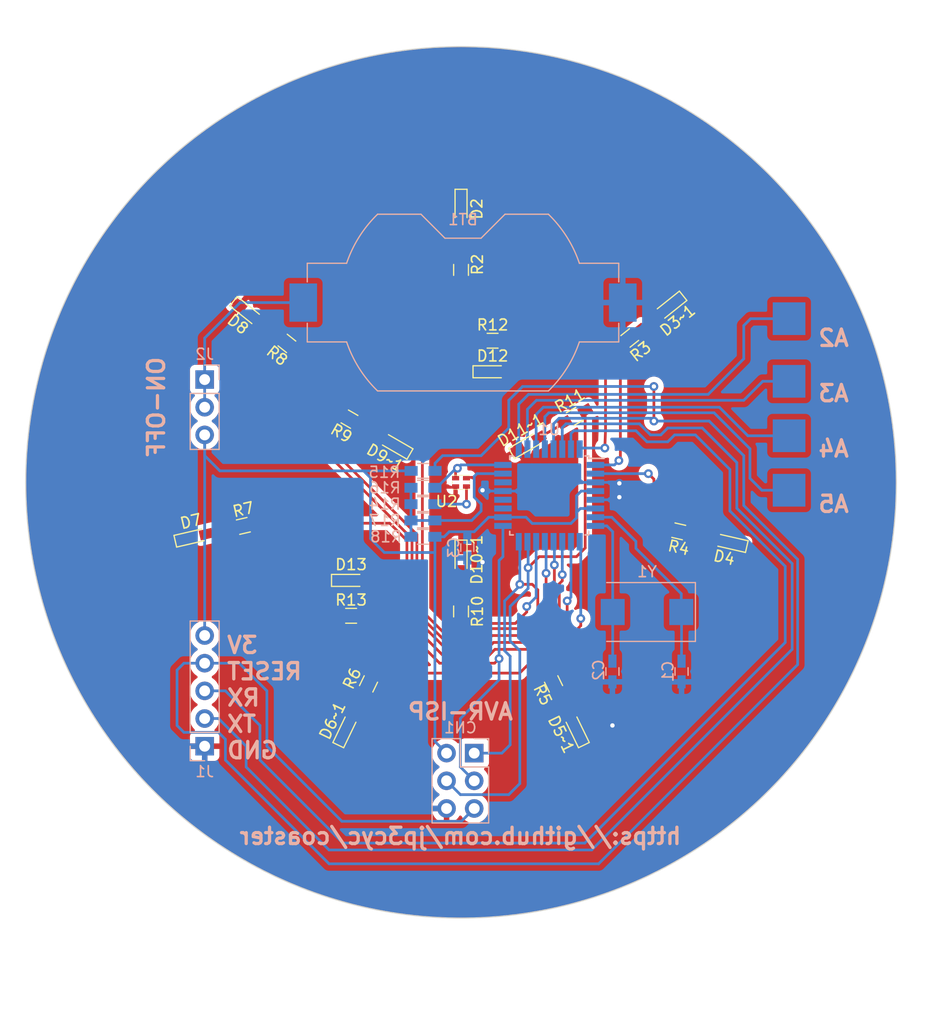
<source format=kicad_pcb>
(kicad_pcb (version 20221018) (generator pcbnew)
  (layers (0 "F.Cu" signal) (31 "B.Cu" signal) (34 "B.Paste" user) (35 "F.Paste" user) (36 "B.SilkS" user "B.Silkscreen") (37 "F.SilkS" user "F.Silkscreen") (38 "B.Mask" user) (39 "F.Mask" user) (44 "Edge.Cuts" user))
  (net 0 "")
  (net 1 "Net-(BT1-Pad1)")
  (net 2 "GND")
  (net 3 "Net-(C1-Pad1)")
  (net 4 "Net-(C2-Pad1)")
  (net 5 "+BATT")
  (net 6 "MISO")
  (net 7 "SCK")
  (net 8 "MOSI")
  (net 9 "~{RESET}")
  (net 10 "Net-(D2-Pad2)")
  (net 11 "Net-(D4-Pad2)")
  (net 12 "Net-(D7-Pad2)")
  (net 13 "Net-(D8-Pad2)")
  (net 14 "Net-(D12-Pad2)")
  (net 15 "Net-(D13-Pad2)")
  (net 16 "Net-(D10~1-Pad2)")
  (net 17 "Net-(D11~1-Pad2)")
  (net 18 "Net-(D3~1-Pad2)")
  (net 19 "Net-(D5~1-Pad2)")
  (net 20 "Net-(D6~1-Pad2)")
  (net 21 "Net-(D9~1-Pad2)")
  (net 22 "TX")
  (net 23 "RX")
  (net 24 "Net-(J3-Pad1)")
  (net 25 "Net-(J4-Pad1)")
  (net 26 "Net-(J5-Pad1)")
  (net 27 "Net-(J6-Pad1)")
  (net 28 "Net-(J7-Pad1)")
  (net 29 "Net-(J8-Pad1)")
  (net 30 "Net-(R2-Pad1)")
  (net 31 "Net-(R3-Pad1)")
  (net 32 "Net-(R4-Pad1)")
  (net 33 "Net-(R5-Pad1)")
  (net 34 "Net-(R6-Pad1)")
  (net 35 "Net-(R7-Pad1)")
  (net 36 "Net-(R8-Pad1)")
  (net 37 "Net-(R9-Pad1)")
  (net 38 "Net-(R10-Pad1)")
  (net 39 "Net-(R16-Pad2)")
  (net 40 "Net-(R14-Pad2)")
  (net 41 "Net-(R14-Pad1)")
  (footprint "Resistors_SMD:R_0603_HandSoldering" (layer "F.Cu") (at 144.9 97.25)
    (fp_text reference "R13")
    (fp_text value "330")
  )
  (footprint "Resistors_SMD:R_0603_HandSoldering" (layer "F.Cu") (at 157.9 72)
    (fp_text reference "R12")
    (fp_text value "330")
  )
  (footprint "Resistors_SMD:R_0603_HandSoldering" (layer "F.Cu") (at 165.452628 78.95 -150)
    (fp_text reference "R11")
    (fp_text value "330")
  )
  (footprint "Resistors_SMD:R_0603_HandSoldering" (layer "F.Cu") (at 155 96.85 90)
    (fp_text reference "R10")
    (fp_text value "330")
  )
  (footprint "Resistors_SMD:R_0603_HandSoldering" (layer "F.Cu") (at 144.75 79.2 -30)
    (fp_text reference "R9")
    (fp_text value "330")
  )
  (footprint "LEDs:LED_0603_HandSoldering" (layer "F.Cu") (at 148.75 81.5 150)
    (fp_text reference "D9~1")
    (fp_text value "LED")
  )
  (footprint "LEDs:LED_0603_HandSoldering" (layer "F.Cu") (at 161.202628 81.45 30)
    (fp_text reference "D11~1")
    (fp_text value "LED")
  )
  (footprint "LEDs:LED_0603_HandSoldering" (layer "F.Cu") (at 144.9 94)
    (fp_text reference "D13")
    (fp_text value "LED")
  )
  (footprint "LEDs:LED_0603_HandSoldering" (layer "F.Cu") (at 157.9 74.85)
    (fp_text reference "D12")
    (fp_text value "LED")
  )
  (footprint "LEDs:LED_0603_HandSoldering" (layer "F.Cu") (at 155 92.1 -90)
    (fp_text reference "D10~1")
    (fp_text value "LED")
  )
  (footprint "Resistors_SMD:R_0603_HandSoldering" (layer "F.Cu") (at 170.5 71.75 38.6)
    (fp_text reference "R3")
    (fp_text value "330")
  )
  (footprint "Resistors_SMD:R_0603_HandSoldering" (layer "F.Cu") (at 139 72.25 141.4)
    (fp_text reference "R8")
    (fp_text value "330")
  )
  (footprint "Resistors_SMD:R_0603_HandSoldering" (layer "F.Cu") (at 163.5 103.5 -64)
    (fp_text reference "R5")
    (fp_text value "330")
  )
  (footprint "Resistors_SMD:R_0603_HandSoldering" (layer "F.Cu") (at 135 89 -167)
    (fp_text reference "R7")
    (fp_text value "330")
  )
  (footprint "Resistors_SMD:R_0603_HandSoldering" (layer "F.Cu") (at 146.5 103.5 -115.7)
    (fp_text reference "R6")
    (fp_text value "330")
  )
  (footprint "Resistors_SMD:R_0603_HandSoldering" (layer "F.Cu") (at 155 65.5 90)
    (fp_text reference "R2")
    (fp_text value "330")
  )
  (footprint "LEDs:LED_0603_HandSoldering" (layer "F.Cu") (at 165.5 107.5 116)
    (fp_text reference "D5~1")
    (fp_text value "LED")
  )
  (footprint "LEDs:LED_0603_HandSoldering" (layer "F.Cu") (at 144.5 107.5 64.3)
    (fp_text reference "D6~1")
    (fp_text value "LED")
  )
  (footprint "LEDs:LED_0603_HandSoldering" (layer "F.Cu") (at 174 69 -141.4)
    (fp_text reference "D3~1")
    (fp_text value "LED")
  )
  (footprint "LEDs:LED_0603_HandSoldering" (layer "F.Cu") (at 130.5 90 13)
    (fp_text reference "D7")
    (fp_text value "LED")
  )
  (footprint "LEDs:LED_0603_HandSoldering" (layer "F.Cu") (at 155 59.9 -90)
    (fp_text reference "D2")
    (fp_text value "LED")
  )
  (footprint "LEDs:LED_0603_HandSoldering" (layer "F.Cu") (at 179.5 90.5 167.2)
    (fp_text reference "D4")
    (fp_text value "LED")
  )
  (footprint "LEDs:LED_0603_HandSoldering" (layer "F.Cu") (at 135.5 69.5 -38.6)
    (fp_text reference "D8")
    (fp_text value "LED")
  )
  (footprint "NJL5901:NJK5901AR1" (layer "F.Cu") (at 155 85)
    (fp_text reference "U2")
    (fp_text value "SFH617A-1")
  )
  (footprint "Resistors_SMD:R_0603_HandSoldering" (layer "F.Cu") (at 175 89.5 -12.8)
    (fp_text reference "R4")
    (fp_text value "330")
  )
  (footprint "Capacitors_SMD:C_0603_HandSoldering" (layer "B.Cu") (at 175.26 102.362 -90)
    (fp_text reference "C1")
    (fp_text value "22p")
  )
  (footprint "Capacitors_SMD:C_0603_HandSoldering" (layer "B.Cu") (at 168.91 102.362 -90)
    (fp_text reference "C2")
    (fp_text value "22p")
  )
  (footprint "Capacitors_SMD:C_0603_HandSoldering" (layer "B.Cu") (at 155.575 90.993 -90)
    (fp_text reference "C3")
    (fp_text value "0.1u")
  )
  (footprint "Pin_Headers:Pin_Header_Straight_2x03_Pitch2.54mm" (layer "B.Cu") (at 156.21 109.855 180)
    (fp_text reference "CN1")
    (fp_text value "AVR-ISP")
  )
  (footprint "Pin_Headers:Pin_Header_Straight_1x05_Pitch2.54mm" (layer "B.Cu") (at 131.445 109.22)
    (fp_text reference "J1")
    (fp_text value "Conn_01x05_Male")
  )
  (footprint "Pin_Headers:Pin_Header_Straight_1x03_Pitch2.54mm" (layer "B.Cu") (at 131.445 75.565 180)
    (fp_text reference "J2")
    (fp_text value "POWER SW")
  )
  (footprint "Measurement_Points:Measurement_Point_Square-SMD-Pad_Big" (layer "B.Cu") (at 185.14 69.977)
    (fp_text reference "J5" hide)
    (fp_text value "A2")
  )
  (footprint "Measurement_Points:Measurement_Point_Square-SMD-Pad_Big" (layer "B.Cu") (at 185.14 75.725)
    (fp_text reference "J6" hide)
    (fp_text value "A3")
  )
  (footprint "Measurement_Points:Measurement_Point_Square-SMD-Pad_Big" (layer "B.Cu") (at 185.14 80.725)
    (fp_text reference "J7" hide)
    (fp_text value "A4")
  )
  (footprint "Measurement_Points:Measurement_Point_Square-SMD-Pad_Big" (layer "B.Cu") (at 185.14 85.725)
    (fp_text reference "J8" hide)
    (fp_text value "A5")
  )
  (footprint "Resistors_SMD:R_0603_HandSoldering" (layer "B.Cu") (at 151.5 87)
    (fp_text reference "R14")
    (fp_text value "330")
  )
  (footprint "Resistors_SMD:R_0603_HandSoldering" (layer "B.Cu") (at 151.5 85.5)
    (fp_text reference "R16")
    (fp_text value "330")
  )
  (footprint "Housings_QFP:TQFP-32_7x7mm_Pitch0.8mm" (layer "B.Cu") (at 163.1 86.2 180)
    (fp_text reference "U1")
    (fp_text value "ATmega328P-AU")
  )
  (footprint "Crystals:Crystal_SMD_EuroQuartz_MQ2-2pin_7.0x5.0mm" (layer "B.Cu") (at 172.085 96.901 180)
    (fp_text reference "Y1")
    (fp_text value "8M")
  )
  (footprint "Resistors_SMD:R_0603_HandSoldering" (layer "B.Cu") (at 151.511 83.947)
    (fp_text reference "R15")
    (fp_text value "10k")
  )
  (footprint "Battery_Holders:Keystone_1058_1x2032-CoinCell" (layer "B.Cu") (at 155.18 68.5)
    (fp_text reference "BT1")
    (fp_text value "CR2032")
  )
  (footprint "Resistors_SMD:R_0603_HandSoldering" (layer "B.Cu") (at 151.5 88.5 180)
    (fp_text reference "R17")
    (fp_text value "0")
  )
  (footprint "Resistors_SMD:R_0603_HandSoldering" (layer "B.Cu") (at 151.5 90 180)
    (fp_text reference "R18")
    (fp_text value "0")
  )
  (gr_circle (center 155 85) (end 195 85) (stroke (width 0.1)) (fill none) (layer "Edge.Cuts"))
  (gr_text "ON-OFF" (at 127 78.105 90) (layer "B.SilkS") (effects (font (size 1.5 1.5) (thickness 0.3)) (justify mirror)))
  (gr_text "A5" (at 189.23 86.995) (layer "B.SilkS") (effects (font (size 1.5 1.5) (thickness 0.3)) (justify mirror)))
  (gr_text "A2" (at 189.23 71.755) (layer "B.SilkS") (effects (font (size 1.5 1.5) (thickness 0.3)) (justify mirror)))
  (gr_text "3V\nRESET\nRX\nTX\nGND" (at 133.35 104.775) (layer "B.SilkS") (effects (font (size 1.5 1.5) (thickness 0.3)) (justify right mirror)))
  (gr_text "https://github.com/jp3cyc/coaster" (at 154.94 117.475) (layer "B.SilkS") (effects (font (size 1.5 1.5) (thickness 0.3)) (justify mirror)))
  (gr_text "AVR-ISP" (at 154.94 106.045) (layer "B.SilkS") (effects (font (size 1.5 1.5) (thickness 0.3)) (justify mirror)))
  (gr_text "A4" (at 189.23 81.915) (layer "B.SilkS") (effects (font (size 1.5 1.5) (thickness 0.3)) (justify mirror)))
  (gr_text "A3" (at 189.23 76.835) (layer "B.SilkS") (effects (font (size 1.5 1.5) (thickness 0.3)) (justify mirror)))
  (segment (start 131.445 75.565) (end 131.445 71.755) (width 0.25) (layer "B.Cu") (net 1))
  (segment (start 131.445 71.755) (end 134.7 68.5) (width 0.25) (layer "B.Cu") (net 1))
  (segment (start 134.7 68.5) (end 140.5 68.5) (width 0.25) (layer "B.Cu") (net 1))
  (segment (start 131.445 78.105) (end 131.445 75.565) (width 0.25) (layer "B.Cu") (net 1))
  (via (at 169.545 85.09) (size 0.8) (drill 0.4) (layers "F.Cu" "B.Cu") (net 2))
  (via (at 156.972 92.329) (size 0.8) (drill 0.4) (layers "F.Cu" "B.Cu") (net 2))
  (via (at 156.972 85.725) (size 0.8) (drill 0.4) (layers "F.Cu" "B.Cu") (net 2))
  (via (at 168.91 107.315) (size 0.8) (drill 0.4) (layers "F.Cu" "B.Cu") (net 2))
  (via (at 169.545 86.36) (size 0.8) (drill 0.4) (layers "F.Cu" "B.Cu") (net 2))
  (segment (start 158.85 85.8) (end 161.977 85.8) (width 0.25) (layer "B.Cu") (net 2))
  (segment (start 167.35 86.6) (end 169.545 86.6) (width 0.25) (layer "B.Cu") (net 2))
  (segment (start 167.35 85) (end 169.455 85) (width 0.25) (layer "B.Cu") (net 2))
  (segment (start 158.85 85.8) (end 157.047 85.8) (width 0.25) (layer "B.Cu") (net 2))
  (segment (start 155.575 91.943) (end 156.586 91.943) (width 0.25) (layer "B.Cu") (net 2))
  (segment (start 157.047 85.8) (end 156.972 85.725) (width 0.25) (layer "B.Cu") (net 2))
  (segment (start 168.91 103.312) (end 168.91 107.315) (width 0.25) (layer "B.Cu") (net 2))
  (segment (start 156.586 91.943) (end 156.972 92.329) (width 0.25) (layer "B.Cu") (net 2))
  (segment (start 161.977 85.8) (end 162.777 85) (width 0.25) (layer "B.Cu") (net 2))
  (segment (start 162.777 85) (end 167.35 85) (width 0.25) (layer "B.Cu") (net 2))
  (segment (start 169.455 85) (end 169.545 85.09) (width 0.25) (layer "B.Cu") (net 2))
  (segment (start 168.845 88.2) (end 171.069 90.424) (width 0.25) (layer "B.Cu") (net 3))
  (segment (start 175.26 96.926) (end 175.235 96.901) (width 0.25) (layer "B.Cu") (net 3))
  (segment (start 175.235 95.225) (end 175.235 96.901) (width 0.25) (layer "B.Cu") (net 3))
  (segment (start 171.069 91.059) (end 175.235 95.225) (width 0.25) (layer "B.Cu") (net 3))
  (segment (start 171.069 90.424) (end 171.069 91.059) (width 0.25) (layer "B.Cu") (net 3))
  (segment (start 167.35 88.2) (end 168.845 88.2) (width 0.25) (layer "B.Cu") (net 3))
  (segment (start 175.26 101.412) (end 175.26 96.926) (width 0.25) (layer "B.Cu") (net 3))
  (segment (start 168.935 95.451) (end 168.935 96.901) (width 0.25) (layer "B.Cu") (net 4))
  (segment (start 167.35 89) (end 168.4 89) (width 0.25) (layer "B.Cu") (net 4))
  (segment (start 168.935 101.387) (end 168.91 101.412) (width 0.25) (layer "B.Cu") (net 4))
  (segment (start 168.935 89.535) (end 168.935 95.451) (width 0.25) (layer "B.Cu") (net 4))
  (segment (start 168.935 96.901) (end 168.935 101.387) (width 0.25) (layer "B.Cu") (net 4))
  (segment (start 168.4 89) (end 168.935 89.535) (width 0.25) (layer "B.Cu") (net 4))
  (segment (start 132.842 83.947) (end 134.747 83.947) (width 0.25) (layer "B.Cu") (net 5))
  (segment (start 158.85 88.2) (end 160.971 88.2) (width 0.25) (layer "B.Cu") (net 5))
  (segment (start 165.608 86.233) (end 165.608 87.757) (width 0.25) (layer "B.Cu") (net 5))
  (segment (start 131.445 99.06) (end 131.445 80.645) (width 0.25) (layer "B.Cu") (net 5))
  (segment (start 146.685 84.582) (end 146.05 83.947) (width 0.25) (layer "B.Cu") (net 5))
  (segment (start 155.575 90.043) (end 155.575 89.662) (width 0.25) (layer "B.Cu") (net 5))
  (segment (start 131.445 82.55) (end 132.842 83.947) (width 0.25) (layer "B.Cu") (net 5))
  (segment (start 152.6 91.44) (end 152.6 108.785) (width 0.25) (layer "B.Cu") (net 5))
  (segment (start 152.6 91.44) (end 147.955 91.44) (width 0.25) (layer "B.Cu") (net 5))
  (segment (start 146.685 90.17) (end 146.685 84.582) (width 0.25) (layer "B.Cu") (net 5))
  (segment (start 165.1 88.773) (end 165.608 88.265) (width 0.25) (layer "B.Cu") (net 5))
  (segment (start 152.6 108.785) (end 153.67 109.855) (width 0.25) (layer "B.Cu") (net 5))
  (segment (start 152.6 90) (end 152.6 91.44) (width 0.25) (layer "B.Cu") (net 5))
  (segment (start 156.21 89.535) (end 157.545 88.2) (width 0.25) (layer "B.Cu") (net 5))
  (segment (start 152.6 90) (end 153.45 90) (width 0.25) (layer "B.Cu") (net 5))
  (segment (start 157.545 88.2) (end 158.85 88.2) (width 0.25) (layer "B.Cu") (net 5))
  (segment (start 167.35 87.4) (end 165.965 87.4) (width 0.25) (layer "B.Cu") (net 5))
  (segment (start 161.544 88.773) (end 165.1 88.773) (width 0.25) (layer "B.Cu") (net 5))
  (segment (start 147.955 91.44) (end 146.685 90.17) (width 0.25) (layer "B.Cu") (net 5))
  (segment (start 165.608 87.757) (end 165.608 88.265) (width 0.25) (layer "B.Cu") (net 5))
  (segment (start 166.3 87.4) (end 167.35 87.4) (width 0.25) (layer "B.Cu") (net 5))
  (segment (start 167.35 85.8) (end 166.041 85.8) (width 0.25) (layer "B.Cu") (net 5))
  (segment (start 150.411 83.947) (end 146.05 83.947) (width 0.25) (layer "B.Cu") (net 5))
  (segment (start 155.575 89.662) (end 155.448 89.535) (width 0.25) (layer "B.Cu") (net 5))
  (segment (start 166.041 85.8) (end 165.608 86.233) (width 0.25) (layer "B.Cu") (net 5))
  (segment (start 146.05 83.947) (end 134.747 83.947) (width 0.25) (layer "B.Cu") (net 5))
  (segment (start 165.965 87.4) (end 165.608 87.757) (width 0.25) (layer "B.Cu") (net 5))
  (segment (start 153.915 89.535) (end 156.21 89.535) (width 0.25) (layer "B.Cu") (net 5))
  (segment (start 153.45 90) (end 153.915 89.535) (width 0.25) (layer "B.Cu") (net 5))
  (segment (start 131.445 80.645) (end 131.445 82.55) (width 0.25) (layer "B.Cu") (net 5))
  (segment (start 160.971 88.2) (end 161.544 88.773) (width 0.25) (layer "B.Cu") (net 5))
  (segment (start 162.052 96.901) (end 160.528 98.425) (width 0.25) (layer "F.Cu") (net 6))
  (segment (start 157.48 98.425) (end 156.464 99.441) (width 0.25) (layer "F.Cu") (net 6))
  (segment (start 154.05241 99.441) (end 151.448205 96.836795) (width 0.25) (layer "F.Cu") (net 6))
  (segment (start 160.401 94.361) (end 161.544 94.361) (width 0.25) (layer "F.Cu") (net 6))
  (segment (start 160.528 98.425) (end 157.48 98.425) (width 0.25) (layer "F.Cu") (net 6))
  (segment (start 156.464 99.441) (end 154.05241 99.441) (width 0.25) (layer "F.Cu") (net 6))
  (segment (start 151.448205 96.836795) (end 151.448205 73.595795) (width 0.25) (layer "F.Cu") (net 6))
  (segment (start 151.448205 73.595795) (end 153.035 72.009) (width 0.25) (layer "F.Cu") (net 6))
  (segment (start 153.035 72.009) (end 156.641 72.009) (width 0.25) (layer "F.Cu") (net 6))
  (segment (start 161.544 94.361) (end 162.052 94.869) (width 0.25) (layer "F.Cu") (net 6))
  (segment (start 156.65 72) (end 156.8 72) (width 0.25) (layer "F.Cu") (net 6))
  (segment (start 156.641 72.009) (end 156.65 72) (width 0.25) (layer "F.Cu") (net 6))
  (segment (start 162.052 94.869) (end 162.052 96.901) (width 0.25) (layer "F.Cu") (net 6))
  (via (at 160.401 94.361) (size 0.8) (drill 0.4) (layers "F.Cu" "B.Cu") (net 6))
  (segment (start 160.401 94.488) (end 159.004 95.885) (width 0.25) (layer "B.Cu") (net 6))
  (segment (start 159.512 109.093) (end 159.512 100.965) (width 0.25) (layer "B.Cu") (net 6))
  (segment (start 159.004 95.885) (end 159.004 100.457) (width 0.25) (layer "B.Cu") (net 6))
  (segment (start 160.401 94.361) (end 160.401 90.551) (width 0.25) (layer "B.Cu") (net 6))
  (segment (start 160.401 90.551) (end 160.3 90.45) (width 0.25) (layer "B.Cu") (net 6))
  (segment (start 158.75 109.855) (end 159.512 109.093) (width 0.25) (layer "B.Cu") (net 6))
  (segment (start 160.401 94.361) (end 160.401 94.488) (width 0.25) (layer "B.Cu") (net 6))
  (segment (start 159.004 100.457) (end 159.512 100.965) (width 0.25) (layer "B.Cu") (net 6))
  (segment (start 156.21 109.855) (end 158.75 109.855) (width 0.25) (layer "B.Cu") (net 6))
  (segment (start 143.8 98.425) (end 143.855 98.425) (width 0.25) (layer "F.Cu") (net 7))
  (segment (start 150.15 98.715) (end 153.035 101.6) (width 0.25) (layer "F.Cu") (net 7))
  (segment (start 144.145 98.715) (end 150.15 98.715) (width 0.25) (layer "F.Cu") (net 7))
  (segment (start 143.8 97.25) (end 143.8 98.425) (width 0.25) (layer "F.Cu") (net 7))
  (segment (start 143.855 98.425) (end 144.145 98.715) (width 0.25) (layer "F.Cu") (net 7))
  (segment (start 158.078337 101.6) (end 158.493992 101.184345) (width 0.25) (layer "F.Cu") (net 7))
  (segment (start 153.035 101.6) (end 158.078337 101.6) (width 0.25) (layer "F.Cu") (net 7))
  (via (at 158.493992 101.184345) (size 0.8) (drill 0.4) (layers "F.Cu" "B.Cu") (net 7))
  (segment (start 154.94 111.125) (end 154.94 106.68) (width 0.25) (layer "B.Cu") (net 7))
  (segment (start 158.493992 103.126008) (end 158.493992 101.184345) (width 0.25) (layer "B.Cu") (net 7))
  (segment (start 158.493992 101.184345) (end 158.493992 92.177008) (width 0.25) (layer "B.Cu") (net 7))
  (segment (start 156.21 112.395) (end 154.94 111.125) (width 0.25) (layer "B.Cu") (net 7))
  (segment (start 158.493992 92.177008) (end 158.85 91.821) (width 0.25) (layer "B.Cu") (net 7))
  (segment (start 154.94 106.68) (end 158.493992 103.126008) (width 0.25) (layer "B.Cu") (net 7))
  (segment (start 158.85 89) (end 158.85 91.821) (width 0.25) (layer "B.Cu") (net 7))
  (segment (start 166.405256 91.023744) (end 165.608 91.821) (width 0.25) (layer "F.Cu") (net 8))
  (segment (start 166.405256 78.4) (end 166.405256 91.023744) (width 0.25) (layer "F.Cu") (net 8))
  (segment (start 162.179 91.821) (end 161.163 92.837) (width 0.25) (layer "F.Cu") (net 8))
  (segment (start 165.608 91.821) (end 162.179 91.821) (width 0.25) (layer "F.Cu") (net 8))
  (via (at 161.163 92.837) (size 0.8) (drill 0.4) (layers "F.Cu" "B.Cu") (net 8))
  (segment (start 159.512 96.393) (end 159.512 99.568) (width 0.25) (layer "B.Cu") (net 8))
  (segment (start 159.385 113.665) (end 154.94 113.665) (width 0.25) (layer "B.Cu") (net 8))
  (segment (start 159.512 99.568) (end 160.401 100.457) (width 0.25) (layer "B.Cu") (net 8))
  (segment (start 160.401 100.457) (end 160.401 112.649) (width 0.25) (layer "B.Cu") (net 8))
  (segment (start 154.94 113.665) (end 153.67 112.395) (width 0.25) (layer "B.Cu") (net 8))
  (segment (start 160.401 112.649) (end 159.385 113.665) (width 0.25) (layer "B.Cu") (net 8))
  (segment (start 161.163 90.513) (end 161.1 90.45) (width 0.25) (layer "B.Cu") (net 8))
  (segment (start 161.163 92.837) (end 161.163 90.513) (width 0.25) (layer "B.Cu") (net 8))
  (segment (start 161.163 92.837) (end 161.163 94.742) (width 0.25) (layer "B.Cu") (net 8))
  (segment (start 161.163 94.742) (end 159.512 96.393) (width 0.25) (layer "B.Cu") (net 8))
  (segment (start 172.72 79.375) (end 172.72 76.2) (width 0.25) (layer "F.Cu") (net 9))
  (via (at 172.72 79.375) (size 0.8) (drill 0.4) (layers "F.Cu" "B.Cu") (net 9))
  (via (at 172.72 76.2) (size 0.8) (drill 0.4) (layers "F.Cu" "B.Cu") (net 9))
  (segment (start 156.21 114.935) (end 155.034999 116.110001) (width 0.25) (layer "B.Cu") (net 9))
  (segment (start 152.611 83.247) (end 153.308 82.55) (width 0.25) (layer "B.Cu") (net 9))
  (segment (start 131.445 101.6) (end 134.62 101.6) (width 0.25) (layer "B.Cu") (net 9))
  (segment (start 129.54 107.95) (end 132.715 107.95) (width 0.25) (layer "B.Cu") (net 9))
  (segment (start 159.385 77.47) (end 160.655 76.2) (width 0.25) (layer "B.Cu") (net 9))
  (segment (start 159.385 80.01) (end 159.385 77.47) (width 0.25) (layer "B.Cu") (net 9))
  (segment (start 172.212 79.121) (end 172.466 79.121) (width 0.25) (layer "B.Cu") (net 9))
  (segment (start 156.845 82.55) (end 158.75 80.645) (width 0.25) (layer "B.Cu") (net 9))
  (segment (start 177.8 79.375) (end 172.72 79.375) (width 0.25) (layer "B.Cu") (net 9))
  (segment (start 133.349295 110.489295) (end 142.875 120.015) (width 0.25) (layer "B.Cu") (net 9))
  (segment (start 160.655 76.2) (end 172.72 76.2) (width 0.25) (layer "B.Cu") (net 9))
  (segment (start 153.308 82.55) (end 156.845 82.55) (width 0.25) (layer "B.Cu") (net 9))
  (segment (start 185.928 92.075) (end 180.975 87.122) (width 0.25) (layer "B.Cu") (net 9))
  (segment (start 128.905 102.235) (end 128.905 107.315) (width 0.25) (layer "B.Cu") (net 9))
  (segment (start 129.54 101.6) (end 128.905 102.235) (width 0.25) (layer "B.Cu") (net 9))
  (segment (start 142.875 120.015) (end 167.64 120.015) (width 0.25) (layer "B.Cu") (net 9))
  (segment (start 163.5 79.629) (end 163.5 81.95) (width 0.25) (layer "B.Cu") (net 9))
  (segment (start 167.64 120.015) (end 185.928 101.727) (width 0.25) (layer "B.Cu") (net 9))
  (segment (start 128.905 107.315) (end 129.54 107.95) (width 0.25) (layer "B.Cu") (net 9))
  (segment (start 158.75 80.645) (end 159.385 80.01) (width 0.25) (layer "B.Cu") (net 9))
  (segment (start 185.928 101.727) (end 185.928 92.075) (width 0.25) (layer "B.Cu") (net 9))
  (segment (start 152.611 83.947) (end 152.611 83.247) (width 0.25) (layer "B.Cu") (net 9))
  (segment (start 180.975 82.55) (end 177.8 79.375) (width 0.25) (layer "B.Cu") (net 9))
  (segment (start 172.466 79.121) (end 172.72 79.375) (width 0.25) (layer "B.Cu") (net 9))
  (segment (start 155.034999 116.110001) (end 144.050001 116.110001) (width 0.25) (layer "B.Cu") (net 9))
  (segment (start 172.212 79.121) (end 164.008 79.121) (width 0.25) (layer "B.Cu") (net 9))
  (segment (start 131.445 101.6) (end 129.54 101.6) (width 0.25) (layer "B.Cu") (net 9))
  (segment (start 137.16 104.14) (end 137.16 109.22) (width 0.25) (layer "B.Cu") (net 9))
  (segment (start 134.62 101.6) (end 137.16 104.14) (width 0.25) (layer "B.Cu") (net 9))
  (segment (start 180.975 87.122) (end 180.975 82.55) (width 0.25) (layer "B.Cu") (net 9))
  (segment (start 164.008 79.121) (end 163.5 79.629) (width 0.25) (layer "B.Cu") (net 9))
  (segment (start 133.349295 108.584295) (end 133.349295 110.489295) (width 0.25) (layer "B.Cu") (net 9))
  (segment (start 132.715 107.95) (end 133.349295 108.584295) (width 0.25) (layer "B.Cu") (net 9))
  (segment (start 137.16 109.22) (end 144.050001 116.110001) (width 0.25) (layer "B.Cu") (net 9))
  (segment (start 155 61) (end 155 61.85) (width 0.25) (layer "F.Cu") (net 10))
  (segment (start 155 61.85) (end 155 64.4) (width 0.25) (layer "F.Cu") (net 10))
  (segment (start 178.427336 90.256297) (end 176.1 89.7) (width 0.25) (layer "F.Cu") (net 11))
  (segment (start 131.571807 89.752554) (end 133.9 89.2) (width 0.25) (layer "F.Cu") (net 12))
  (segment (start 136.359673 70.186268) (end 138.1 71.7) (width 0.25) (layer "F.Cu") (net 13))
  (segment (start 159 72) (end 159 74.85) (width 0.25) (layer "F.Cu") (net 14))
  (segment (start 159 74.85) (end 158.85 75) (width 0.25) (layer "F.Cu") (net 14))
  (segment (start 146 94) (end 146 94.7) (width 0.25) (layer "F.Cu") (net 15))
  (segment (start 146 94.7) (end 146 97.25) (width 0.25) (layer "F.Cu") (net 15))
  (segment (start 155 93.2) (end 155 95.75) (width 0.25) (layer "F.Cu") (net 16))
  (segment (start 162.155256 80.9) (end 164.6 79.5) (width 0.25) (layer "F.Cu") (net 17))
  (segment (start 173.140327 69.686268) (end 171.4 71.1) (width 0.25) (layer "F.Cu") (net 18))
  (segment (start 165.017792 106.511327) (end 164 104.4) (width 0.25) (layer "F.Cu") (net 19))
  (segment (start 144.977025 106.508815) (end 146 104.5) (width 0.25) (layer "F.Cu") (net 20))
  (segment (start 145.702628 79.75) (end 147.8 81) (width 0.25) (layer "F.Cu") (net 21))
  (segment (start 142.875 118.745) (end 167.005 118.745) (width 0.25) (layer "B.Cu") (net 22))
  (segment (start 180.34 87.376) (end 180.34 83.185) (width 0.25) (layer "B.Cu") (net 22))
  (segment (start 167.005 118.745) (end 185.42 100.33) (width 0.25) (layer "B.Cu") (net 22))
  (segment (start 135.255 111.125) (end 142.875 118.745) (width 0.25) (layer "B.Cu") (net 22))
  (segment (start 173.99 80.01) (end 173.355 80.645) (width 0.25) (layer "B.Cu") (net 22))
  (segment (start 180.34 83.185) (end 177.165 80.01) (width 0.25) (layer "B.Cu") (net 22))
  (segment (start 132.715 106.68) (end 135.255 109.22) (width 0.25) (layer "B.Cu") (net 22))
  (segment (start 185.42 100.33) (end 185.42 92.456) (width 0.25) (layer "B.Cu") (net 22))
  (segment (start 172.40801 80.645) (end 171.39201 79.629) (width 0.25) (layer "B.Cu") (net 22))
  (segment (start 135.255 109.22) (end 135.255 111.125) (width 0.25) (layer "B.Cu") (net 22))
  (segment (start 131.445 106.68) (end 132.715 106.68) (width 0.25) (layer "B.Cu") (net 22))
  (segment (start 173.355 80.645) (end 172.40801 80.645) (width 0.25) (layer "B.Cu") (net 22))
  (segment (start 177.165 80.01) (end 173.99 80.01) (width 0.25) (layer "B.Cu") (net 22))
  (segment (start 171.39201 79.629) (end 164.643 79.629) (width 0.25) (layer "B.Cu") (net 22))
  (segment (start 185.42 92.456) (end 180.34 87.376) (width 0.25) (layer "B.Cu") (net 22))
  (segment (start 164.643 79.629) (end 164.3 79.972) (width 0.25) (layer "B.Cu") (net 22))
  (segment (start 164.3 79.972) (end 164.3 81.95) (width 0.25) (layer "B.Cu") (net 22))
  (segment (start 184.785 99.695) (end 184.785 92.71) (width 0.25) (layer "B.Cu") (net 23))
  (segment (start 133.35 104.14) (end 136.525 107.315) (width 0.25) (layer "B.Cu") (net 23))
  (segment (start 171.069 80.264) (end 165.354 80.264) (width 0.25) (layer "B.Cu") (net 23))
  (segment (start 165.1 80.518) (end 165.1 81.95) (width 0.25) (layer "B.Cu") (net 23))
  (segment (start 166.37 118.11) (end 184.785 99.695) (width 0.25) (layer "B.Cu") (net 23))
  (segment (start 144.145 118.11) (end 166.37 118.11) (width 0.25) (layer "B.Cu") (net 23))
  (segment (start 179.705 87.63) (end 179.705 83.82) (width 0.25) (layer "B.Cu") (net 23))
  (segment (start 174.625 80.645) (end 173.99 81.28) (width 0.25) (layer "B.Cu") (net 23))
  (segment (start 136.525 107.315) (end 136.525 110.49) (width 0.25) (layer "B.Cu") (net 23))
  (segment (start 131.445 104.14) (end 133.35 104.14) (width 0.25) (layer "B.Cu") (net 23))
  (segment (start 136.525 110.49) (end 144.145 118.11) (width 0.25) (layer "B.Cu") (net 23))
  (segment (start 176.53 80.645) (end 174.625 80.645) (width 0.25) (layer "B.Cu") (net 23))
  (segment (start 184.785 92.71) (end 179.705 87.63) (width 0.25) (layer "B.Cu") (net 23))
  (segment (start 173.99 81.28) (end 172.085 81.28) (width 0.25) (layer "B.Cu") (net 23))
  (segment (start 179.705 83.82) (end 176.53 80.645) (width 0.25) (layer "B.Cu") (net 23))
  (segment (start 172.085 81.28) (end 171.069 80.264) (width 0.25) (layer "B.Cu") (net 23))
  (segment (start 165.354 80.264) (end 165.1 80.518) (width 0.25) (layer "B.Cu") (net 23))
  (segment (start 160.3 77.825) (end 161.199999 76.925001) (width 0.25) (layer "B.Cu") (net 26))
  (segment (start 180.975 73.66) (end 180.975 70.612) (width 0.25) (layer "B.Cu") (net 26))
  (segment (start 177.709999 76.925001) (end 180.975 73.66) (width 0.25) (layer "B.Cu") (net 26))
  (segment (start 181.61 69.977) (end 185.14 69.977) (width 0.25) (layer "B.Cu") (net 26))
  (segment (start 180.975 70.612) (end 181.61 69.977) (width 0.25) (layer "B.Cu") (net 26))
  (segment (start 161.199999 76.925001) (end 177.709999 76.925001) (width 0.25) (layer "B.Cu") (net 26))
  (segment (start 160.3 81.95) (end 160.3 77.825) (width 0.25) (layer "B.Cu") (net 26))
  (segment (start 182.72 75.725) (end 185.14 75.725) (width 0.25) (layer "B.Cu") (net 27))
  (segment (start 161.1 81.95) (end 161.1 78.295) (width 0.25) (layer "B.Cu") (net 27))
  (segment (start 161.925 77.47) (end 180.975 77.47) (width 0.25) (layer "B.Cu") (net 27))
  (segment (start 180.975 77.47) (end 182.72 75.725) (width 0.25) (layer "B.Cu") (net 27))
  (segment (start 161.1 78.295) (end 161.925 77.47) (width 0.25) (layer "B.Cu") (net 27))
  (segment (start 185.14 80.725) (end 181.356 80.725) (width 0.25) (layer "B.Cu") (net 28))
  (segment (start 161.9 78.765) (end 162.56 78.105) (width 0.25) (layer "B.Cu") (net 28))
  (segment (start 178.736 78.105) (end 181.356 80.725) (width 0.25) (layer "B.Cu") (net 28))
  (segment (start 161.9 81.95) (end 161.9 78.765) (width 0.25) (layer "B.Cu") (net 28))
  (segment (start 162.56 78.105) (end 178.736 78.105) (width 0.25) (layer "B.Cu") (net 28))
  (segment (start 163.068 78.613) (end 178.2445 78.613) (width 0.25) (layer "B.Cu") (net 29))
  (segment (start 162.7 78.981) (end 163.068 78.613) (width 0.25) (layer "B.Cu") (net 29))
  (segment (start 181.5465 84.6315) (end 182.64 85.725) (width 0.25) (layer "B.Cu") (net 29))
  (segment (start 178.2445 78.613) (end 181.5465 81.915) (width 0.25) (layer "B.Cu") (net 29))
  (segment (start 162.7 81.95) (end 162.7 78.981) (width 0.25) (layer "B.Cu") (net 29))
  (segment (start 181.5465 81.915) (end 181.5465 84.6315) (width 0.25) (layer "B.Cu") (net 29))
  (segment (start 182.64 85.725) (end 185.14 85.725) (width 0.25) (layer "B.Cu") (net 29))
  (segment (start 168.275 74.295) (end 160.58 66.6) (width 0.25) (layer "F.Cu") (net 30))
  (segment (start 168.2115 81.8515) (end 168.275 80.169325) (width 0.25) (layer "F.Cu") (net 30))
  (segment (start 168.275 80.169325) (end 168.275 74.295) (width 0.25) (layer "F.Cu") (net 30))
  (segment (start 160.58 66.6) (end 155 66.6) (width 0.25) (layer "F.Cu") (net 30))
  (via (at 168.2115 81.8515) (size 0.8) (drill 0.4) (layers "F.Cu" "B.Cu") (net 30))
  (segment (start 165.9985 81.8515) (end 165.9 81.95) (width 0.25) (layer "B.Cu") (net 30))
  (segment (start 168.2115 81.8515) (end 165.9985 81.8515) (width 0.25) (layer "B.Cu") (net 30))
  (segment (start 169.640327 72.436268) (end 169.640327 82.859673) (width 0.25) (layer "F.Cu") (net 31))
  (segment (start 169.640327 82.859673) (end 169.5 83) (width 0.25) (layer "F.Cu") (net 31))
  (via (at 169.5 83) (size 0.8) (drill 0.4) (layers "F.Cu" "B.Cu") (net 31))
  (segment (start 169.100001 83.399999) (end 169.5 83) (width 0.25) (layer "B.Cu") (net 31))
  (segment (start 167.35 83.4) (end 169.100001 83.399999) (width 0.25) (layer "B.Cu") (net 31))
  (segment (start 172.72 88.773) (end 172.72 84.709) (width 0.25) (layer "F.Cu") (net 32))
  (segment (start 173.927336 89.256297) (end 173.203297 89.256297) (width 0.25) (layer "F.Cu") (net 32))
  (segment (start 173.203297 89.256297) (end 172.72 88.773) (width 0.25) (layer "F.Cu") (net 32))
  (segment (start 172.72 84.709) (end 172.212 84.201) (width 0.25) (layer "F.Cu") (net 32))
  (via (at 172.212 84.201) (size 0.8) (drill 0.4) (layers "F.Cu" "B.Cu") (net 32))
  (segment (start 172.212 84.201) (end 172.211 84.2) (width 0.25) (layer "B.Cu") (net 32))
  (segment (start 172.211 84.2) (end 167.35 84.2) (width 0.25) (layer "B.Cu") (net 32))
  (segment (start 163.017792 101.142208) (end 163.017792 102.511327) (width 0.25) (layer "F.Cu") (net 33))
  (segment (start 166 97.5) (end 166 98.16) (width 0.25) (layer "F.Cu") (net 33))
  (segment (start 166 98.16) (end 163.017792 101.142208) (width 0.25) (layer "F.Cu") (net 33))
  (via (at 166 97.5) (size 0.8) (drill 0.4) (layers "F.Cu" "B.Cu") (net 33))
  (segment (start 166 90.55) (end 165.9 90.45) (width 0.25) (layer "B.Cu") (net 33))
  (segment (start 166 97.5) (end 166 90.55) (width 0.25) (layer "B.Cu") (net 33))
  (segment (start 164.751021 98.138979) (end 164.751021 95.885) (width 0.25) (layer "F.Cu") (net 34))
  (segment (start 160.381185 102.508815) (end 164.751021 98.138979) (width 0.25) (layer "F.Cu") (net 34))
  (segment (start 146.977025 102.508815) (end 160.381185 102.508815) (width 0.25) (layer "F.Cu") (net 34))
  (via (at 164.751021 95.885) (size 0.8) (drill 0.4) (layers "F.Cu" "B.Cu") (net 34))
  (segment (start 165.1 95.536021) (end 164.751021 95.885) (width 0.25) (layer "B.Cu") (net 34))
  (segment (start 165.1 90.45) (end 165.1 95.536021) (width 0.25) (layer "B.Cu") (net 34))
  (segment (start 164.30101 94.037685) (end 164.30101 93.472) (width 0.25) (layer "F.Cu") (net 35))
  (segment (start 161.417 100.33) (end 164.026011 97.720989) (width 0.25) (layer "F.Cu") (net 35))
  (segment (start 150.027176 90.337176) (end 150.027176 97.576176) (width 0.25) (layer "F.Cu") (net 35))
  (segment (start 150.027176 97.576176) (end 153.416 100.965) (width 0.25) (layer "F.Cu") (net 35))
  (segment (start 153.416 100.965) (end 157.48 100.965) (width 0.25) (layer "F.Cu") (net 35))
  (segment (start 157.48 100.965) (end 158.115 100.33) (width 0.25) (layer "F.Cu") (net 35))
  (segment (start 148.442554 88.752554) (end 150.027176 90.337176) (width 0.25) (layer "F.Cu") (net 35))
  (segment (start 136.071807 88.752554) (end 148.442554 88.752554) (width 0.25) (layer "F.Cu") (net 35))
  (segment (start 164.026011 94.312684) (end 164.30101 94.037685) (width 0.25) (layer "F.Cu") (net 35))
  (segment (start 158.115 100.33) (end 161.417 100.33) (width 0.25) (layer "F.Cu") (net 35))
  (segment (start 164.026011 97.720989) (end 164.026011 94.312684) (width 0.25) (layer "F.Cu") (net 35))
  (via (at 164.30101 93.472) (size 0.8) (drill 0.4) (layers "F.Cu" "B.Cu") (net 35))
  (segment (start 164.30101 92.906315) (end 164.30101 93.472) (width 0.25) (layer "B.Cu") (net 35))
  (segment (start 164.3 92.233998) (end 164.30101 92.235008) (width 0.25) (layer "B.Cu") (net 35))
  (segment (start 164.30101 92.235008) (end 164.30101 92.906315) (width 0.25) (layer "B.Cu") (net 35))
  (segment (start 164.3 90.45) (end 164.3 92.233998) (width 0.25) (layer "B.Cu") (net 35))
  (segment (start 153.795589 100.457) (end 150.495 97.156411) (width 0.25) (layer "F.Cu") (net 36))
  (segment (start 157.226 100.457) (end 153.795589 100.457) (width 0.25) (layer "F.Cu") (net 36))
  (segment (start 160.909 99.695) (end 157.988 99.695) (width 0.25) (layer "F.Cu") (net 36))
  (segment (start 150.495 97.156411) (end 150.495 90.168589) (width 0.25) (layer "F.Cu") (net 36))
  (segment (start 139.859673 79.533262) (end 139.859673 72.936268) (width 0.25) (layer "F.Cu") (net 36))
  (segment (start 163.576 97.028) (end 160.909 99.695) (width 0.25) (layer "F.Cu") (net 36))
  (segment (start 157.988 99.695) (end 157.226 100.457) (width 0.25) (layer "F.Cu") (net 36))
  (segment (start 150.495 90.168589) (end 139.859673 79.533262) (width 0.25) (layer "F.Cu") (net 36))
  (segment (start 163.576 92.583) (end 163.576 97.028) (width 0.25) (layer "F.Cu") (net 36))
  (via (at 163.576 92.583) (size 0.8) (drill 0.4) (layers "F.Cu" "B.Cu") (net 36))
  (segment (start 163.576 92.583) (end 163.576 90.526) (width 0.25) (layer "B.Cu") (net 36))
  (segment (start 163.576 90.526) (end 163.5 90.45) (width 0.25) (layer "B.Cu") (net 36))
  (segment (start 157.861 99.06) (end 160.655 99.06) (width 0.25) (layer "F.Cu") (net 37))
  (segment (start 143.797372 82.641361) (end 150.945011 89.789) (width 0.25) (layer "F.Cu") (net 37))
  (segment (start 150.945011 96.970011) (end 153.924 99.949) (width 0.25) (layer "F.Cu") (net 37))
  (segment (start 162.814 96.901) (end 162.814 93.345) (width 0.25) (layer "F.Cu") (net 37))
  (segment (start 143.797372 78.65) (end 143.797372 82.641361) (width 0.25) (layer "F.Cu") (net 37))
  (segment (start 150.945011 89.789) (end 150.945011 96.970011) (width 0.25) (layer "F.Cu") (net 37))
  (segment (start 160.655 99.06) (end 162.814 96.901) (width 0.25) (layer "F.Cu") (net 37))
  (segment (start 156.972 99.949) (end 157.861 99.06) (width 0.25) (layer "F.Cu") (net 37))
  (segment (start 153.924 99.949) (end 156.972 99.949) (width 0.25) (layer "F.Cu") (net 37))
  (via (at 162.814 93.345) (size 0.8) (drill 0.4) (layers "F.Cu" "B.Cu") (net 37))
  (segment (start 162.814 90.564) (end 162.7 90.45) (width 0.25) (layer "B.Cu") (net 37))
  (segment (start 162.814 93.345) (end 162.814 90.564) (width 0.25) (layer "B.Cu") (net 37))
  (segment (start 161.036 96.901) (end 161.036 96.393) (width 0.25) (layer "F.Cu") (net 38))
  (segment (start 159.987 97.95) (end 161.036 96.901) (width 0.25) (layer "F.Cu") (net 38))
  (segment (start 155 97.95) (end 159.987 97.95) (width 0.25) (layer "F.Cu") (net 38))
  (via (at 161.036 96.393) (size 0.8) (drill 0.4) (layers "F.Cu" "B.Cu") (net 38))
  (segment (start 161.9 95.529) (end 161.036 96.393) (width 0.25) (layer "B.Cu") (net 38))
  (segment (start 161.9 90.45) (end 161.9 95.529) (width 0.25) (layer "B.Cu") (net 38))
  (segment (start 154.5 84.62) (end 154.5 83.87499) (width 0.25) (layer "F.Cu") (net 39))
  (segment (start 154.5 83.87499) (end 154.669836 83.705154) (width 0.25) (layer "F.Cu") (net 39))
  (via (at 154.669836 83.705154) (size 0.8) (drill 0.4) (layers "F.Cu" "B.Cu") (net 39))
  (segment (start 154.97499 83.4) (end 154.669836 83.705154) (width 0.25) (layer "B.Cu") (net 39))
  (segment (start 152.75 85.5) (end 154.544846 83.705154) (width 0.25) (layer "B.Cu") (net 39))
  (segment (start 154.544846 83.705154) (end 154.669836 83.705154) (width 0.25) (layer "B.Cu") (net 39))
  (segment (start 158.85 83.4) (end 154.97499 83.4) (width 0.25) (layer "B.Cu") (net 39))
  (segment (start 152.6 85.5) (end 152.75 85.5) (width 0.25) (layer "B.Cu") (net 39))
  (segment (start 155.5 87) (end 155.5 85.38) (width 0.25) (layer "F.Cu") (net 40))
  (via (at 155.5 87) (size 0.8) (drill 0.4) (layers "F.Cu" "B.Cu") (net 40))
  (segment (start 152.6 87) (end 155.5 87) (width 0.25) (layer "B.Cu") (net 40))
  (segment (start 150.4 87) (end 150.4 88.5) (width 0.25) (layer "B.Cu") (net 41))
  (segment (start 156.21 86.36) (end 156.845 86.995) (width 0.25) (layer "B.Cu") (net 41))
  (segment (start 158.85 84.2) (end 156.465 84.2) (width 0.25) (layer "B.Cu") (net 41))
  (segment (start 156.845 87.63) (end 155.975 88.5) (width 0.25) (layer "B.Cu") (net 41))
  (segment (start 150.4 87) (end 150.4 85.5) (width 0.25) (layer "B.Cu") (net 41))
  (segment (start 152.6 88.5) (end 150.4 88.5) (width 0.25) (layer "B.Cu") (net 41))
  (segment (start 150.4 90) (end 150.4 88.5) (width 0.25) (layer "B.Cu") (net 41))
  (segment (start 156.845 86.995) (end 156.845 87.63) (width 0.25) (layer "B.Cu") (net 41))
  (segment (start 156.465 84.2) (end 156.21 84.455) (width 0.25) (layer "B.Cu") (net 41))
  (segment (start 156.21 84.455) (end 156.21 86.36) (width 0.25) (layer "B.Cu") (net 41))
  (segment (start 155.975 88.5) (end 152.6 88.5) (width 0.25) (layer "B.Cu") (net 41))
  (zone (net 2) (net_name "GND") (layer "F.Cu") (connect_pads (clearance 0.508)) (min_thickness 0.254) (fill yes (thermal_gap 0.508) (thermal_bridge_width 0.508))
    (polygon (pts (xy 112.64 40.725) (xy 112.64 125.725) (xy 197.64 125.725) (xy 197.64 40.725)))
  )
  (zone (net 2) (net_name "GND") (layer "B.Cu") (connect_pads (clearance 0.508)) (min_thickness 0.254) (fill yes (thermal_gap 0.508) (thermal_bridge_width 0.508))
    (polygon (pts (xy 112.64 40.725) (xy 112.64 125.725) (xy 197.64 125.725) (xy 197.64 40.725)))
  )
)
</source>
